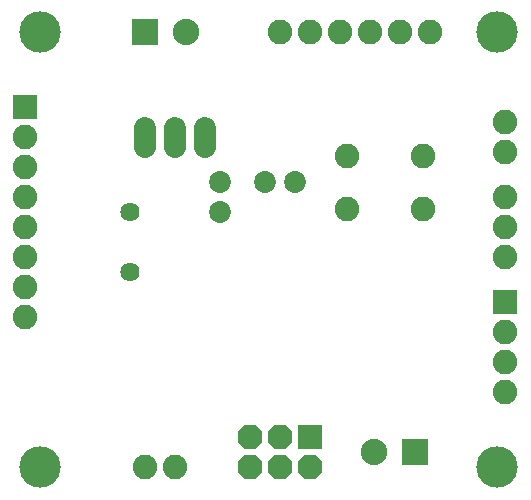
<source format=gbs>
G75*
G70*
%OFA0B0*%
%FSLAX24Y24*%
%IPPOS*%
%LPD*%
%AMOC8*
5,1,8,0,0,1.08239X$1,22.5*
%
%ADD10R,0.0820X0.0820*%
%ADD11OC8,0.0820*%
%ADD12C,0.0820*%
%ADD13R,0.0880X0.0880*%
%ADD14C,0.0880*%
%ADD15C,0.0640*%
%ADD16C,0.0730*%
%ADD17C,0.1380*%
%ADD18C,0.0720*%
D10*
X011061Y002682D03*
X017561Y007182D03*
X001561Y013682D03*
D11*
X009061Y002682D03*
X010061Y002682D03*
X010061Y001682D03*
X009061Y001682D03*
X011061Y001682D03*
D12*
X006561Y001682D03*
X005561Y001682D03*
X001561Y006682D03*
X001561Y007682D03*
X001561Y008682D03*
X001561Y009682D03*
X001561Y010682D03*
X001561Y011682D03*
X001561Y012682D03*
X010061Y016182D03*
X011061Y016182D03*
X012061Y016182D03*
X013061Y016182D03*
X014061Y016182D03*
X015061Y016182D03*
X017561Y013182D03*
X017561Y012182D03*
X017561Y010682D03*
X017561Y009682D03*
X017561Y008682D03*
X017561Y006182D03*
X017561Y005182D03*
X017561Y004182D03*
X014841Y010292D03*
X014841Y012072D03*
X012281Y012072D03*
X012281Y010292D03*
D13*
X005561Y016182D03*
X014561Y002182D03*
D14*
X013183Y002182D03*
X006939Y016182D03*
D15*
X005061Y010182D03*
X005061Y008182D03*
D16*
X008061Y010182D03*
X008061Y011182D03*
X009561Y011182D03*
X010561Y011182D03*
D17*
X002061Y001682D03*
X017311Y001682D03*
X017311Y016182D03*
X002061Y016182D03*
D18*
X005561Y013002D02*
X005561Y012362D01*
X006561Y012362D02*
X006561Y013002D01*
X007561Y013002D02*
X007561Y012362D01*
M02*

</source>
